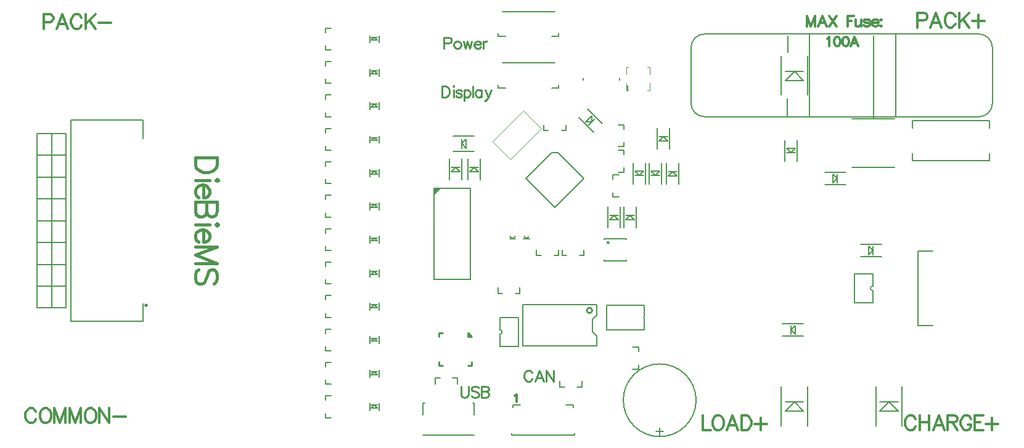
<source format=gto>
G04 Layer_Color=65535*
%FSLAX25Y25*%
%MOIN*%
G70*
G01*
G75*
%ADD74C,0.00787*%
%ADD75C,0.01575*%
%ADD77C,0.01181*%
%ADD96C,0.00787*%
%ADD97C,0.01000*%
%ADD98C,0.00591*%
%ADD99C,0.01102*%
%ADD100C,0.00394*%
G36*
X232677Y14173D02*
Y17323D01*
X235827D01*
X232677Y14173D01*
D02*
G37*
D74*
X371260Y63779D02*
G03*
X378738Y56299I7441J-39D01*
G01*
X526774D02*
G03*
X534252Y63779I37J7441D01*
G01*
X534252Y93703D02*
G03*
X526772Y101181I-7441J37D01*
G01*
X378738Y101181D02*
G03*
X371260Y93701I-37J-7441D01*
G01*
X469567Y-35364D02*
G03*
X469567Y-37864I0J-1250D01*
G01*
X267835Y-61486D02*
G03*
X267835Y-58986I0J1250D01*
G01*
X374016Y-97244D02*
G03*
X374016Y-97244I-19685J0D01*
G01*
X458425Y55374D02*
X481260D01*
X458425Y28878D02*
X481260D01*
X17717Y47244D02*
X33465D01*
Y-47244D02*
Y47244D01*
X17717Y-47244D02*
X33465D01*
X17717D02*
Y47244D01*
Y-35433D02*
X33465D01*
X17717Y-23622D02*
X33465D01*
X17717Y-11811D02*
X33465D01*
X17717Y0D02*
X33465D01*
X17717Y11811D02*
X33465D01*
X17717Y23622D02*
X33465D01*
X17717Y35433D02*
X33465D01*
X25591Y-47244D02*
Y47244D01*
X417717Y56299D02*
X526774D01*
X378738D02*
X417717D01*
X371260Y63779D02*
Y93701D01*
X534252Y63779D02*
Y93701D01*
X378738Y101181D02*
X526772D01*
X423622Y91339D02*
Y100394D01*
X423228Y56299D02*
Y66142D01*
X481890Y56299D02*
Y101181D01*
X470079Y55512D02*
Y100394D01*
X435433Y56299D02*
Y101181D01*
X300394Y-90158D02*
X302953D01*
X309646D02*
X312205D01*
X300394D02*
Y-86811D01*
X312205Y-90158D02*
Y-86811D01*
X459567Y-28740D02*
X469567D01*
X459567Y-44488D02*
Y-28740D01*
Y-44488D02*
X469567D01*
Y-37864D01*
Y-35364D02*
Y-28740D01*
X242323Y-85039D02*
X244882D01*
X233071D02*
X235630D01*
X244882Y-88386D02*
Y-85039D01*
X233071Y-88386D02*
Y-85039D01*
X280906Y-8465D02*
X282283Y-9843D01*
X283661Y-8465D01*
X280709Y-9843D02*
X283858D01*
X469567Y-18504D02*
Y-13780D01*
X467205D02*
X469567Y-16142D01*
X467205Y-18504D02*
X469567Y-16142D01*
X467205Y-18504D02*
Y-13780D01*
X462874Y-19488D02*
X474213D01*
X462874Y-12795D02*
X474213D01*
X267835Y-68110D02*
X277835D01*
Y-52362D01*
X267835D02*
X277835D01*
X267835Y-58986D02*
Y-52362D01*
Y-68110D02*
Y-61486D01*
X494095Y-16535D02*
X501968D01*
X494095Y-56693D02*
Y-16535D01*
Y-56693D02*
X501968D01*
X471260Y-111024D02*
Y-89764D01*
X485433Y-111024D02*
Y-89764D01*
X473425Y-103071D02*
X483268D01*
X478346Y-98150D02*
X483268Y-103071D01*
X473425D02*
X478346Y-98150D01*
X473425D02*
X483268D01*
X420079Y-111024D02*
Y-89764D01*
X434252Y-111024D02*
Y-89764D01*
X422244Y-103071D02*
X432087D01*
X427165Y-98150D02*
X432087Y-103071D01*
X422244D02*
X427165Y-98150D01*
X422244D02*
X432087D01*
X450276Y20472D02*
Y25197D01*
X447913D02*
X450276Y22835D01*
X447913Y20472D02*
X450276Y22835D01*
X447913Y20472D02*
Y25197D01*
X443583Y19488D02*
X454921D01*
X443583Y26181D02*
X454921D01*
X316010Y51909D02*
X319351Y55249D01*
X317681Y53579D02*
Y56920D01*
X314340Y53579D02*
X317681D01*
X314340D02*
X317681Y56920D01*
X310582Y55945D02*
X318600Y47928D01*
X315315Y60678D02*
X323332Y52660D01*
X422835Y36732D02*
X427559D01*
X425197Y36732D02*
X427559Y39094D01*
X422835D02*
X425197Y36732D01*
X422835Y39094D02*
X427559D01*
X421850Y32087D02*
Y43425D01*
X428543Y32087D02*
Y43425D01*
X340945Y24528D02*
X345669D01*
X343307Y24528D02*
X345669Y26890D01*
X340945D02*
X343307Y24528D01*
X340945Y26890D02*
X345669D01*
X339961Y19882D02*
Y31220D01*
X346654Y19882D02*
Y31220D01*
X353937Y45551D02*
X358661D01*
X353937Y43189D02*
X356299Y45551D01*
X358661Y43189D01*
X353937D02*
X358661D01*
X359646Y38858D02*
Y50197D01*
X352953Y38858D02*
Y50197D01*
X335827Y3032D02*
X340551D01*
X335827Y669D02*
X338189Y3032D01*
X340551Y669D01*
X335827D02*
X340551D01*
X341535Y-3661D02*
Y7677D01*
X334842Y-3661D02*
Y7677D01*
X359055Y26654D02*
X363779D01*
X359055Y24291D02*
X361417Y26654D01*
X363779Y24291D01*
X359055D02*
X363779D01*
X364764Y19961D02*
Y31299D01*
X358071Y19961D02*
Y31299D01*
X425315Y-61417D02*
Y-56693D01*
X425315Y-59055D02*
X427677Y-61417D01*
X425315Y-59055D02*
X427677Y-56693D01*
Y-61417D02*
Y-56693D01*
X420669Y-55709D02*
X432008D01*
X420669Y-62402D02*
X432008D01*
X327165Y3032D02*
X331890D01*
X327165Y669D02*
X329528Y3032D01*
X331890Y669D01*
X327165D02*
X331890D01*
X332874Y-3661D02*
Y7677D01*
X326181Y-3661D02*
Y7677D01*
X349606Y24528D02*
X354331D01*
X351969Y24528D02*
X354331Y26890D01*
X349606D02*
X351969Y24528D01*
X349606Y26890D02*
X354331D01*
X348622Y19882D02*
Y31220D01*
X355315Y19882D02*
Y31220D01*
X242717Y37598D02*
X254055D01*
X242717Y45866D02*
X254055D01*
X249724Y39370D02*
Y44094D01*
X247362Y41732D02*
X249724Y44094D01*
X247362Y41732D02*
X249724Y39370D01*
X247362D02*
Y44094D01*
X251575Y29016D02*
X256299D01*
X251575Y26654D02*
X253937Y29016D01*
X256299Y26654D01*
X251575D02*
X256299D01*
X257283Y22323D02*
Y33661D01*
X250590Y22323D02*
Y33661D01*
X241732Y29016D02*
X246457D01*
X241732Y26654D02*
X244094Y29016D01*
X246457Y26654D01*
X241732D02*
X246457D01*
X247441Y22323D02*
Y33661D01*
X240748Y22323D02*
Y33661D01*
X198425Y-101417D02*
X201575D01*
X198425D02*
X200000Y-99843D01*
X201575Y-101417D01*
X198228Y-99843D02*
X201772D01*
X197520Y-102756D02*
Y-98819D01*
X202480Y-102756D02*
Y-98819D01*
X198425Y-83307D02*
X201575D01*
X198425D02*
X200000Y-81732D01*
X201575Y-83307D01*
X198228Y-81732D02*
X201772D01*
X197520Y-84646D02*
Y-80709D01*
X202480Y-84646D02*
Y-80709D01*
X198425Y-65197D02*
X201575D01*
X198425D02*
X200000Y-63622D01*
X201575Y-65197D01*
X198228Y-63622D02*
X201772D01*
X197520Y-66535D02*
Y-62598D01*
X202480Y-66535D02*
Y-62598D01*
X198425Y-47087D02*
X201575D01*
X198425D02*
X200000Y-45512D01*
X201575Y-47087D01*
X198228Y-45512D02*
X201772D01*
X197520Y-48425D02*
Y-44488D01*
X202480Y-48425D02*
Y-44488D01*
X198425Y-28976D02*
X201575D01*
X198425D02*
X200000Y-27402D01*
X201575Y-28976D01*
X198228Y-27402D02*
X201772D01*
X197520Y-30315D02*
Y-26378D01*
X202480Y-30315D02*
Y-26378D01*
X198425Y-10866D02*
X201575D01*
X198425D02*
X200000Y-9291D01*
X201575Y-10866D01*
X198228Y-9291D02*
X201772D01*
X197520Y-12205D02*
Y-8268D01*
X202480Y-12205D02*
Y-8268D01*
X198425Y7244D02*
X201575D01*
X198425D02*
X200000Y8819D01*
X201575Y7244D01*
X198228Y8819D02*
X201772D01*
X197520Y5906D02*
Y9843D01*
X202480Y5906D02*
Y9843D01*
X198425Y25354D02*
X201575D01*
X198425D02*
X200000Y26929D01*
X201575Y25354D01*
X198228Y26929D02*
X201772D01*
X197520Y24016D02*
Y27953D01*
X202480Y24016D02*
Y27953D01*
X198425Y43465D02*
X201575D01*
X198425D02*
X200000Y45039D01*
X201575Y43465D01*
X198228Y45039D02*
X201772D01*
X197520Y42126D02*
Y46063D01*
X202480Y42126D02*
Y46063D01*
X198425Y61575D02*
X201575D01*
X198425D02*
X200000Y63150D01*
X201575Y61575D01*
X198228Y63150D02*
X201772D01*
X197520Y60236D02*
Y64173D01*
X202480Y60236D02*
Y64173D01*
X198425Y79685D02*
X201575D01*
X198425D02*
X200000Y81260D01*
X201575Y79685D01*
X198228Y81260D02*
X201772D01*
X197520Y78347D02*
Y82284D01*
X202480Y78347D02*
Y82284D01*
X198425Y97795D02*
X201575D01*
X198425D02*
X200000Y99370D01*
X201575Y97795D01*
X198228Y99370D02*
X201772D01*
X197520Y96457D02*
Y100394D01*
X202480Y96457D02*
Y100394D01*
X273425Y-8465D02*
X274803Y-9843D01*
X276181Y-8465D01*
X273228Y-9843D02*
X276378D01*
X420079Y68110D02*
Y89370D01*
X434252Y68110D02*
Y89370D01*
X422244Y76063D02*
X432087D01*
X427165Y80984D02*
X432087Y76063D01*
X422244D02*
X427165Y80984D01*
X422244D02*
X432087D01*
X295981Y36935D02*
X299294D01*
X313395Y22835D01*
X297638Y7078D02*
X313395Y22835D01*
X281881D02*
X297638Y7078D01*
X281881Y22835D02*
X295981Y36935D01*
X280197Y-45472D02*
X320197D01*
X280197Y-67913D02*
Y-45472D01*
Y-67913D02*
X320197D01*
X317953Y-60059D02*
Y-53327D01*
X320197Y-51083D01*
Y-45472D01*
X317953Y-60059D02*
X320197Y-62303D01*
Y-67913D02*
Y-62303D01*
X336221Y-21654D02*
Y-21260D01*
X324410Y-21654D02*
X336221D01*
X324410D02*
Y-21260D01*
X336221Y-10236D02*
Y-9843D01*
X324410D02*
X336221D01*
X324410Y-10236D02*
Y-9843D01*
X226378Y-116142D02*
X253937D01*
Y-105118D02*
Y-98819D01*
X253150D02*
X253937D01*
X226378D02*
X227165D01*
X226378Y-105118D02*
Y-98819D01*
X275000Y-101181D02*
Y-99606D01*
X278937D01*
X307677Y-101181D02*
Y-99606D01*
X303740D02*
X307677D01*
X274410Y-116142D02*
Y-114961D01*
Y-116142D02*
X308268D01*
Y-114961D01*
X35866Y-54527D02*
X74843D01*
X35866D02*
Y54528D01*
X74843D01*
Y-54527D02*
Y-44685D01*
Y44685D02*
Y54528D01*
X299803Y72047D02*
Y73622D01*
X295866Y72047D02*
X299803D01*
X267126D02*
Y73622D01*
Y72047D02*
X271063D01*
X269291Y85433D02*
X297638D01*
X299803Y100000D02*
Y101575D01*
X295866Y100000D02*
X299803D01*
X267126D02*
Y101575D01*
Y100000D02*
X271063D01*
X269291Y113386D02*
X297638D01*
X332677Y76181D02*
Y77362D01*
X312992Y76181D02*
Y77362D01*
X173622Y-97244D02*
Y-94882D01*
Y-106693D02*
Y-104331D01*
Y-94882D02*
X176772D01*
X173622Y-106693D02*
X176772D01*
X173622Y-79134D02*
Y-76772D01*
Y-88583D02*
Y-86221D01*
Y-76772D02*
X176772D01*
X173622Y-88583D02*
X176772D01*
X173622Y-61024D02*
Y-58661D01*
Y-70472D02*
Y-68110D01*
Y-58661D02*
X176772D01*
X173622Y-70472D02*
X176772D01*
X173622Y-42913D02*
Y-40551D01*
Y-52362D02*
Y-50000D01*
Y-40551D02*
X176772D01*
X173622Y-52362D02*
X176772D01*
X173622Y-24803D02*
Y-22441D01*
Y-34252D02*
Y-31890D01*
Y-22441D02*
X176772D01*
X173622Y-34252D02*
X176772D01*
X173622Y-6693D02*
Y-4331D01*
Y-16142D02*
Y-13780D01*
Y-4331D02*
X176772D01*
X173622Y-16142D02*
X176772D01*
X173622Y11417D02*
Y13780D01*
Y1969D02*
Y4331D01*
Y13780D02*
X176772D01*
X173622Y1969D02*
X176772D01*
X173622Y29528D02*
Y31890D01*
Y20079D02*
Y22441D01*
Y31890D02*
X176772D01*
X173622Y20079D02*
X176772D01*
X173622Y47638D02*
Y50000D01*
Y38189D02*
Y40551D01*
Y50000D02*
X176772D01*
X173622Y38189D02*
X176772D01*
X173622Y65748D02*
Y68110D01*
Y56299D02*
Y58661D01*
Y68110D02*
X176772D01*
X173622Y56299D02*
X176772D01*
X173622Y83858D02*
Y86221D01*
Y74410D02*
Y76772D01*
Y86221D02*
X176772D01*
X173622Y74410D02*
X176772D01*
X173622Y101969D02*
Y104331D01*
Y92520D02*
Y94882D01*
Y104331D02*
X176772D01*
X173622Y92520D02*
X176772D01*
X335039Y40157D02*
Y42520D01*
Y49606D02*
Y51968D01*
X331890Y40157D02*
X335039D01*
X331890Y51968D02*
X335039D01*
Y26378D02*
Y28740D01*
Y35827D02*
Y38189D01*
X331890Y26378D02*
X335039D01*
X331890Y38189D02*
X335039D01*
X291732Y48819D02*
X294094D01*
X301181D02*
X303543D01*
X291732D02*
Y51968D01*
X303543Y48819D02*
Y51968D01*
X329134Y22441D02*
Y24803D01*
Y12992D02*
Y15354D01*
Y24803D02*
X332283D01*
X329134Y12992D02*
X332283D01*
X266929Y-39370D02*
X269291D01*
X276378D02*
X278740D01*
X266929D02*
Y-36220D01*
X278740Y-39370D02*
Y-36220D01*
X342913Y-80315D02*
Y-77953D01*
Y-70866D02*
Y-68504D01*
X339764Y-80315D02*
X342913D01*
X339764Y-68504D02*
X342913D01*
X287795Y-18898D02*
X290158D01*
X297244D02*
X299606D01*
X287795D02*
Y-15748D01*
X299606Y-18898D02*
Y-15748D01*
X301575Y-18898D02*
X303937D01*
X311024D02*
X313386D01*
X301575D02*
Y-15748D01*
X313386Y-18898D02*
Y-15748D01*
X532480Y32480D02*
Y36417D01*
X491142Y32480D02*
X532480D01*
X491142D02*
Y36417D01*
Y50197D02*
Y54134D01*
X532480Y50197D02*
Y54134D01*
X491142D02*
X532480D01*
X251969Y-31693D02*
Y17520D01*
X232283Y-31693D02*
X251969D01*
X232283D02*
Y17520D01*
X245374D01*
X245276D02*
X251969D01*
X354331Y-115945D02*
Y-112008D01*
X352362Y-113976D02*
X356299D01*
D75*
X114958Y34252D02*
X103150D01*
X114958D02*
Y30316D01*
X114396Y28629D01*
X113271Y27504D01*
X112147Y26942D01*
X110460Y26380D01*
X107648D01*
X105961Y26942D01*
X104836Y27504D01*
X103712Y28629D01*
X103150Y30316D01*
Y34252D01*
X114958Y22612D02*
X114396Y22050D01*
X114958Y21487D01*
X115520Y22050D01*
X114958Y22612D01*
X111022Y22050D02*
X103150D01*
X107648Y19407D02*
Y12659D01*
X108773D01*
X109897Y13222D01*
X110460Y13784D01*
X111022Y14909D01*
Y16596D01*
X110460Y17720D01*
X109335Y18845D01*
X107648Y19407D01*
X106524D01*
X104836Y18845D01*
X103712Y17720D01*
X103150Y16596D01*
Y14909D01*
X103712Y13784D01*
X104836Y12659D01*
X114958Y10129D02*
X103150D01*
X114958D02*
Y5068D01*
X114396Y3381D01*
X113833Y2819D01*
X112709Y2257D01*
X111584D01*
X110460Y2819D01*
X109897Y3381D01*
X109335Y5068D01*
Y10129D02*
Y5068D01*
X108773Y3381D01*
X108210Y2819D01*
X107086Y2257D01*
X105399D01*
X104274Y2819D01*
X103712Y3381D01*
X103150Y5068D01*
Y10129D01*
X114958Y-1511D02*
X114396Y-2073D01*
X114958Y-2636D01*
X115520Y-2073D01*
X114958Y-1511D01*
X111022Y-2073D02*
X103150D01*
X107648Y-4716D02*
Y-11464D01*
X108773D01*
X109897Y-10901D01*
X110460Y-10339D01*
X111022Y-9215D01*
Y-7528D01*
X110460Y-6403D01*
X109335Y-5278D01*
X107648Y-4716D01*
X106524D01*
X104836Y-5278D01*
X103712Y-6403D01*
X103150Y-7528D01*
Y-9215D01*
X103712Y-10339D01*
X104836Y-11464D01*
X114958Y-13994D02*
X103150D01*
X114958D02*
X103150Y-18493D01*
X114958Y-22991D02*
X103150Y-18493D01*
X114958Y-22991D02*
X103150D01*
X113271Y-34237D02*
X114396Y-33113D01*
X114958Y-31426D01*
Y-29177D01*
X114396Y-27490D01*
X113271Y-26365D01*
X112147D01*
X111022Y-26927D01*
X110460Y-27490D01*
X109897Y-28614D01*
X108773Y-31988D01*
X108210Y-33113D01*
X107648Y-33675D01*
X106524Y-34237D01*
X104836D01*
X103712Y-33113D01*
X103150Y-31426D01*
Y-29177D01*
X103712Y-27490D01*
X104836Y-26365D01*
D77*
X275984Y-94845D02*
X276359Y-94658D01*
X276921Y-94095D01*
Y-98032D01*
X492631Y-107388D02*
X492256Y-106638D01*
X491506Y-105888D01*
X490757Y-105514D01*
X489257D01*
X488507Y-105888D01*
X487758Y-106638D01*
X487383Y-107388D01*
X487008Y-108512D01*
Y-110387D01*
X487383Y-111512D01*
X487758Y-112261D01*
X488507Y-113011D01*
X489257Y-113386D01*
X490757D01*
X491506Y-113011D01*
X492256Y-112261D01*
X492631Y-111512D01*
X494843Y-105514D02*
Y-113386D01*
X500091Y-105514D02*
Y-113386D01*
X494843Y-109262D02*
X500091D01*
X508263Y-113386D02*
X505264Y-105514D01*
X502265Y-113386D01*
X503390Y-110762D02*
X507139D01*
X510100Y-105514D02*
Y-113386D01*
Y-105514D02*
X513474D01*
X514599Y-105888D01*
X514973Y-106263D01*
X515348Y-107013D01*
Y-107763D01*
X514973Y-108512D01*
X514599Y-108887D01*
X513474Y-109262D01*
X510100D01*
X512724D02*
X515348Y-113386D01*
X522733Y-107388D02*
X522358Y-106638D01*
X521609Y-105888D01*
X520859Y-105514D01*
X519359D01*
X518610Y-105888D01*
X517860Y-106638D01*
X517485Y-107388D01*
X517110Y-108512D01*
Y-110387D01*
X517485Y-111512D01*
X517860Y-112261D01*
X518610Y-113011D01*
X519359Y-113386D01*
X520859D01*
X521609Y-113011D01*
X522358Y-112261D01*
X522733Y-111512D01*
Y-110387D01*
X520859D02*
X522733D01*
X529406Y-105514D02*
X524533D01*
Y-113386D01*
X529406D01*
X524533Y-109262D02*
X527532D01*
X534092Y-106638D02*
Y-113386D01*
X530718Y-110012D02*
X537466D01*
X377559Y-105514D02*
Y-113386D01*
X382057D01*
X385169Y-105514D02*
X384419Y-105888D01*
X383669Y-106638D01*
X383295Y-107388D01*
X382920Y-108512D01*
Y-110387D01*
X383295Y-111512D01*
X383669Y-112261D01*
X384419Y-113011D01*
X385169Y-113386D01*
X386668D01*
X387418Y-113011D01*
X388168Y-112261D01*
X388543Y-111512D01*
X388918Y-110387D01*
Y-108512D01*
X388543Y-107388D01*
X388168Y-106638D01*
X387418Y-105888D01*
X386668Y-105514D01*
X385169D01*
X396753Y-113386D02*
X393754Y-105514D01*
X390755Y-113386D01*
X391879Y-110762D02*
X395628D01*
X398589Y-105514D02*
Y-113386D01*
Y-105514D02*
X401214D01*
X402338Y-105888D01*
X403088Y-106638D01*
X403463Y-107388D01*
X403838Y-108512D01*
Y-110387D01*
X403463Y-111512D01*
X403088Y-112261D01*
X402338Y-113011D01*
X401214Y-113386D01*
X398589D01*
X408973Y-106638D02*
Y-113386D01*
X405600Y-110012D02*
X412347D01*
X17040Y-103451D02*
X16666Y-102701D01*
X15916Y-101951D01*
X15166Y-101576D01*
X13667D01*
X12917Y-101951D01*
X12167Y-102701D01*
X11792Y-103451D01*
X11417Y-104576D01*
Y-106450D01*
X11792Y-107574D01*
X12167Y-108324D01*
X12917Y-109074D01*
X13667Y-109449D01*
X15166D01*
X15916Y-109074D01*
X16666Y-108324D01*
X17040Y-107574D01*
X21501Y-101576D02*
X20752Y-101951D01*
X20002Y-102701D01*
X19627Y-103451D01*
X19252Y-104576D01*
Y-106450D01*
X19627Y-107574D01*
X20002Y-108324D01*
X20752Y-109074D01*
X21501Y-109449D01*
X23001D01*
X23751Y-109074D01*
X24500Y-108324D01*
X24875Y-107574D01*
X25250Y-106450D01*
Y-104576D01*
X24875Y-103451D01*
X24500Y-102701D01*
X23751Y-101951D01*
X23001Y-101576D01*
X21501D01*
X27087D02*
Y-109449D01*
Y-101576D02*
X30086Y-109449D01*
X33085Y-101576D02*
X30086Y-109449D01*
X33085Y-101576D02*
Y-109449D01*
X35334Y-101576D02*
Y-109449D01*
Y-101576D02*
X38333Y-109449D01*
X41332Y-101576D02*
X38333Y-109449D01*
X41332Y-101576D02*
Y-109449D01*
X45831Y-101576D02*
X45081Y-101951D01*
X44331Y-102701D01*
X43956Y-103451D01*
X43581Y-104576D01*
Y-106450D01*
X43956Y-107574D01*
X44331Y-108324D01*
X45081Y-109074D01*
X45831Y-109449D01*
X47330D01*
X48080Y-109074D01*
X48830Y-108324D01*
X49204Y-107574D01*
X49579Y-106450D01*
Y-104576D01*
X49204Y-103451D01*
X48830Y-102701D01*
X48080Y-101951D01*
X47330Y-101576D01*
X45831D01*
X51416D02*
Y-109449D01*
Y-101576D02*
X56665Y-109449D01*
Y-101576D02*
Y-109449D01*
X58839Y-106075D02*
X65587D01*
X493701Y108473D02*
X497075D01*
X498199Y108848D01*
X498574Y109223D01*
X498949Y109973D01*
Y111097D01*
X498574Y111847D01*
X498199Y112222D01*
X497075Y112597D01*
X493701D01*
Y104724D01*
X506709D02*
X503710Y112597D01*
X500711Y104724D01*
X501835Y107349D02*
X505584D01*
X514169Y110722D02*
X513794Y111472D01*
X513044Y112222D01*
X512294Y112597D01*
X510795D01*
X510045Y112222D01*
X509296Y111472D01*
X508921Y110722D01*
X508546Y109598D01*
Y107723D01*
X508921Y106599D01*
X509296Y105849D01*
X510045Y105099D01*
X510795Y104724D01*
X512294D01*
X513044Y105099D01*
X513794Y105849D01*
X514169Y106599D01*
X516381Y112597D02*
Y104724D01*
X521629Y112597D02*
X516381Y107349D01*
X518255Y109223D02*
X521629Y104724D01*
X526765Y111472D02*
Y104724D01*
X523391Y108098D02*
X530138D01*
X21260Y107686D02*
X24634D01*
X25758Y108061D01*
X26133Y108435D01*
X26508Y109185D01*
Y110310D01*
X26133Y111060D01*
X25758Y111434D01*
X24634Y111809D01*
X21260D01*
Y103937D01*
X34268D02*
X31269Y111809D01*
X28270Y103937D01*
X29395Y106561D02*
X33143D01*
X41728Y109935D02*
X41353Y110685D01*
X40603Y111434D01*
X39854Y111809D01*
X38354D01*
X37604Y111434D01*
X36855Y110685D01*
X36480Y109935D01*
X36105Y108810D01*
Y106936D01*
X36480Y105811D01*
X36855Y105062D01*
X37604Y104312D01*
X38354Y103937D01*
X39854D01*
X40603Y104312D01*
X41353Y105062D01*
X41728Y105811D01*
X43940Y111809D02*
Y103937D01*
X49188Y111809D02*
X43940Y106561D01*
X45814Y108435D02*
X49188Y103937D01*
X50950Y107311D02*
X57697D01*
X433858Y111022D02*
Y105118D01*
Y111022D02*
X436107Y105118D01*
X438357Y111022D02*
X436107Y105118D01*
X438357Y111022D02*
Y105118D01*
X444542D02*
X442293Y111022D01*
X440044Y105118D01*
X440887Y107086D02*
X443699D01*
X445920Y111022D02*
X449856Y105118D01*
Y111022D02*
X445920Y105118D01*
X455816Y111022D02*
Y105118D01*
Y111022D02*
X459472D01*
X455816Y108211D02*
X458066D01*
X460146Y109054D02*
Y106243D01*
X460427Y105399D01*
X460990Y105118D01*
X461833D01*
X462395Y105399D01*
X463239Y106243D01*
Y109054D02*
Y105118D01*
X467878Y108211D02*
X467597Y108773D01*
X466753Y109054D01*
X465910D01*
X465066Y108773D01*
X464785Y108211D01*
X465066Y107649D01*
X465629Y107367D01*
X467034Y107086D01*
X467597Y106805D01*
X467878Y106243D01*
Y105962D01*
X467597Y105399D01*
X466753Y105118D01*
X465910D01*
X465066Y105399D01*
X464785Y105962D01*
X469115Y107367D02*
X472489D01*
Y107930D01*
X472208Y108492D01*
X471927Y108773D01*
X471364Y109054D01*
X470521D01*
X469958Y108773D01*
X469396Y108211D01*
X469115Y107367D01*
Y106805D01*
X469396Y105962D01*
X469958Y105399D01*
X470521Y105118D01*
X471364D01*
X471927Y105399D01*
X472489Y105962D01*
X474035Y109054D02*
X473754Y108773D01*
X474035Y108492D01*
X474316Y108773D01*
X474035Y109054D01*
Y105680D02*
X473754Y105399D01*
X474035Y105118D01*
X474316Y105399D01*
X474035Y105680D01*
X444882Y98630D02*
X445369Y98874D01*
X446100Y99605D01*
Y94488D01*
X450096Y99605D02*
X449365Y99361D01*
X448878Y98630D01*
X448634Y97412D01*
Y96681D01*
X448878Y95463D01*
X449365Y94732D01*
X450096Y94488D01*
X450584D01*
X451315Y94732D01*
X451802Y95463D01*
X452046Y96681D01*
Y97412D01*
X451802Y98630D01*
X451315Y99361D01*
X450584Y99605D01*
X450096D01*
X454653D02*
X453922Y99361D01*
X453435Y98630D01*
X453191Y97412D01*
Y96681D01*
X453435Y95463D01*
X453922Y94732D01*
X454653Y94488D01*
X455140D01*
X455871Y94732D01*
X456359Y95463D01*
X456602Y96681D01*
Y97412D01*
X456359Y98630D01*
X455871Y99361D01*
X455140Y99605D01*
X454653D01*
X461646Y94488D02*
X459697Y99605D01*
X457748Y94488D01*
X458478Y96194D02*
X460915D01*
D96*
X378738Y101181D02*
D03*
D97*
X317797Y-48581D02*
G03*
X317797Y-48581I-1419J0D01*
G01*
X326772Y-11811D02*
G03*
X326772Y-11811I-394J0D01*
G01*
X250590Y-62795D02*
Y-60827D01*
X252559Y-62795D01*
X250590D02*
X252559D01*
Y-78543D02*
Y-76575D01*
X250590Y-78543D02*
X252559D01*
X234842D02*
X236811D01*
X234842D02*
Y-76575D01*
Y-62795D02*
Y-60827D01*
X236811D01*
X246850Y-89671D02*
Y-93955D01*
X247136Y-94812D01*
X247707Y-95384D01*
X248564Y-95669D01*
X249136D01*
X249993Y-95384D01*
X250564Y-94812D01*
X250850Y-93955D01*
Y-89671D01*
X256505Y-90527D02*
X255934Y-89956D01*
X255077Y-89671D01*
X253935D01*
X253078Y-89956D01*
X252506Y-90527D01*
Y-91099D01*
X252792Y-91670D01*
X253078Y-91956D01*
X253649Y-92241D01*
X255363Y-92813D01*
X255934Y-93098D01*
X256220Y-93384D01*
X256505Y-93955D01*
Y-94812D01*
X255934Y-95384D01*
X255077Y-95669D01*
X253935D01*
X253078Y-95384D01*
X252506Y-94812D01*
X257848Y-89671D02*
Y-95669D01*
Y-89671D02*
X260419D01*
X261276Y-89956D01*
X261561Y-90242D01*
X261847Y-90813D01*
Y-91385D01*
X261561Y-91956D01*
X261276Y-92241D01*
X260419Y-92527D01*
X257848D02*
X260419D01*
X261276Y-92813D01*
X261561Y-93098D01*
X261847Y-93670D01*
Y-94527D01*
X261561Y-95098D01*
X261276Y-95384D01*
X260419Y-95669D01*
X257848D01*
X285387Y-82437D02*
X285102Y-81866D01*
X284530Y-81295D01*
X283959Y-81009D01*
X282816D01*
X282245Y-81295D01*
X281674Y-81866D01*
X281388Y-82437D01*
X281102Y-83294D01*
Y-84723D01*
X281388Y-85580D01*
X281674Y-86151D01*
X282245Y-86722D01*
X282816Y-87008D01*
X283959D01*
X284530Y-86722D01*
X285102Y-86151D01*
X285387Y-85580D01*
X291643Y-87008D02*
X289358Y-81009D01*
X287072Y-87008D01*
X287930Y-85008D02*
X290786D01*
X293043Y-81009D02*
Y-87008D01*
Y-81009D02*
X297042Y-87008D01*
Y-81009D02*
Y-87008D01*
X236614Y72928D02*
Y66929D01*
Y72928D02*
X238614D01*
X239471Y72642D01*
X240042Y72071D01*
X240328Y71500D01*
X240613Y70643D01*
Y69214D01*
X240328Y68357D01*
X240042Y67786D01*
X239471Y67215D01*
X238614Y66929D01*
X236614D01*
X242527Y72928D02*
X242813Y72642D01*
X243098Y72928D01*
X242813Y73213D01*
X242527Y72928D01*
X242813Y70928D02*
Y66929D01*
X247298Y70071D02*
X247012Y70643D01*
X246155Y70928D01*
X245298D01*
X244441Y70643D01*
X244155Y70071D01*
X244441Y69500D01*
X245012Y69214D01*
X246441Y68929D01*
X247012Y68643D01*
X247298Y68072D01*
Y67786D01*
X247012Y67215D01*
X246155Y66929D01*
X245298D01*
X244441Y67215D01*
X244155Y67786D01*
X248554Y70928D02*
Y64930D01*
Y70071D02*
X249126Y70643D01*
X249697Y70928D01*
X250554D01*
X251125Y70643D01*
X251697Y70071D01*
X251982Y69214D01*
Y68643D01*
X251697Y67786D01*
X251125Y67215D01*
X250554Y66929D01*
X249697D01*
X249126Y67215D01*
X248554Y67786D01*
X253268Y72928D02*
Y66929D01*
X257952Y70928D02*
Y66929D01*
Y70071D02*
X257381Y70643D01*
X256810Y70928D01*
X255953D01*
X255382Y70643D01*
X254810Y70071D01*
X254525Y69214D01*
Y68643D01*
X254810Y67786D01*
X255382Y67215D01*
X255953Y66929D01*
X256810D01*
X257381Y67215D01*
X257952Y67786D01*
X259838Y70928D02*
X261552Y66929D01*
X263266Y70928D02*
X261552Y66929D01*
X260980Y65786D01*
X260409Y65215D01*
X259838Y64930D01*
X259552D01*
X237795Y96164D02*
X240366D01*
X241223Y96449D01*
X241509Y96735D01*
X241794Y97306D01*
Y98163D01*
X241509Y98734D01*
X241223Y99020D01*
X240366Y99306D01*
X237795D01*
Y93307D01*
X244565Y97306D02*
X243994Y97021D01*
X243423Y96449D01*
X243137Y95592D01*
Y95021D01*
X243423Y94164D01*
X243994Y93593D01*
X244565Y93307D01*
X245422D01*
X245993Y93593D01*
X246565Y94164D01*
X246850Y95021D01*
Y95592D01*
X246565Y96449D01*
X245993Y97021D01*
X245422Y97306D01*
X244565D01*
X248165D02*
X249307Y93307D01*
X250450Y97306D02*
X249307Y93307D01*
X250450Y97306D02*
X251592Y93307D01*
X252735Y97306D02*
X251592Y93307D01*
X254135Y95592D02*
X257562D01*
Y96164D01*
X257277Y96735D01*
X256991Y97021D01*
X256420Y97306D01*
X255563D01*
X254992Y97021D01*
X254420Y96449D01*
X254135Y95592D01*
Y95021D01*
X254420Y94164D01*
X254992Y93593D01*
X255563Y93307D01*
X256420D01*
X256991Y93593D01*
X257562Y94164D01*
X258848Y97306D02*
Y93307D01*
Y95592D02*
X259134Y96449D01*
X259705Y97021D01*
X260276Y97306D01*
X261133D01*
D98*
X346063Y-51722D02*
G03*
X346063Y-53002I0J-640D01*
G01*
Y-51722D02*
Y-45669D01*
Y-59055D02*
Y-53002D01*
X325590Y-59055D02*
X346063D01*
X325590D02*
Y-45669D01*
X346063D01*
D99*
X77178Y-45748D02*
G03*
X77178Y-45748I-564J0D01*
G01*
D100*
X336221Y70472D02*
X337402D01*
X336221D02*
Y74410D01*
Y79134D02*
Y83071D01*
X337402D01*
X347638D02*
X348819D01*
Y79134D02*
Y83071D01*
Y70472D02*
Y74410D01*
X347638Y70472D02*
X348819D01*
X336221Y73327D02*
X337106D01*
Y70472D02*
Y73327D01*
X336811Y70472D02*
X337106D01*
X336811D02*
Y73327D01*
X336516D02*
X336811D01*
X336516Y70472D02*
Y73327D01*
X263942Y42977D02*
X280645Y59680D01*
X263942Y42977D02*
X273686Y33233D01*
X290389Y49936D01*
X280645Y59680D02*
X290389Y49936D01*
M02*

</source>
